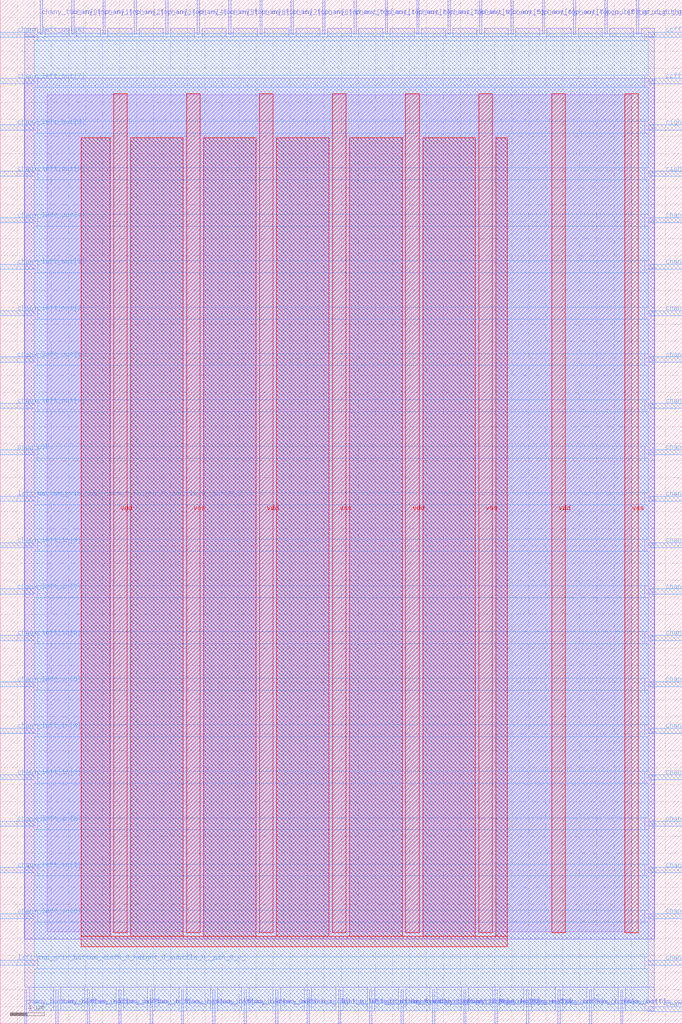
<source format=lef>
VERSION 5.7 ;
  NOWIREEXTENSIONATPIN ON ;
  DIVIDERCHAR "/" ;
  BUSBITCHARS "[]" ;
MACRO sb_1__1_
  CLASS BLOCK ;
  FOREIGN sb_1__1_ ;
  ORIGIN 0.000 0.000 ;
  SIZE 80.000 BY 120.000 ;
  PIN bottom_left_grid_right_width_0_height_0_subtile_0__pin_O_3_
    DIRECTION INPUT ;
    USE SIGNAL ;
    ANTENNAGATEAREA 0.196500 ;
    PORT
      LAYER met2 ;
        RECT 39.650 0.000 39.930 4.000 ;
    END
  END bottom_left_grid_right_width_0_height_0_subtile_0__pin_O_3_
  PIN bottom_right_grid_left_width_0_height_0_subtile_0__pin_O_1_
    DIRECTION INPUT ;
    USE SIGNAL ;
    ANTENNAGATEAREA 0.196500 ;
    PORT
      LAYER met2 ;
        RECT 35.970 0.000 36.250 4.000 ;
    END
  END bottom_right_grid_left_width_0_height_0_subtile_0__pin_O_1_
  PIN ccff_head
    DIRECTION INPUT ;
    USE SIGNAL ;
    ANTENNAGATEAREA 0.196500 ;
    PORT
      LAYER met3 ;
        RECT 76.000 110.200 80.000 110.800 ;
    END
  END ccff_head
  PIN ccff_tail
    DIRECTION OUTPUT TRISTATE ;
    USE SIGNAL ;
    ANTENNADIFFAREA 0.795200 ;
    PORT
      LAYER met3 ;
        RECT 76.000 115.640 80.000 116.240 ;
    END
  END ccff_tail
  PIN chanx_left_in[0]
    DIRECTION INPUT ;
    USE SIGNAL ;
    ANTENNAGATEAREA 0.126000 ;
    PORT
      LAYER met3 ;
        RECT 0.000 12.280 4.000 12.880 ;
    END
  END chanx_left_in[0]
  PIN chanx_left_in[1]
    DIRECTION INPUT ;
    USE SIGNAL ;
    ANTENNAGATEAREA 0.126000 ;
    PORT
      LAYER met3 ;
        RECT 0.000 17.720 4.000 18.320 ;
    END
  END chanx_left_in[1]
  PIN chanx_left_in[2]
    DIRECTION INPUT ;
    USE SIGNAL ;
    ANTENNAGATEAREA 0.126000 ;
    PORT
      LAYER met3 ;
        RECT 0.000 23.160 4.000 23.760 ;
    END
  END chanx_left_in[2]
  PIN chanx_left_in[3]
    DIRECTION INPUT ;
    USE SIGNAL ;
    ANTENNAGATEAREA 0.196500 ;
    PORT
      LAYER met3 ;
        RECT 0.000 28.600 4.000 29.200 ;
    END
  END chanx_left_in[3]
  PIN chanx_left_in[4]
    DIRECTION INPUT ;
    USE SIGNAL ;
    ANTENNAGATEAREA 0.126000 ;
    PORT
      LAYER met3 ;
        RECT 0.000 34.040 4.000 34.640 ;
    END
  END chanx_left_in[4]
  PIN chanx_left_in[5]
    DIRECTION INPUT ;
    USE SIGNAL ;
    ANTENNAGATEAREA 0.126000 ;
    PORT
      LAYER met3 ;
        RECT 0.000 39.480 4.000 40.080 ;
    END
  END chanx_left_in[5]
  PIN chanx_left_in[6]
    DIRECTION INPUT ;
    USE SIGNAL ;
    ANTENNAGATEAREA 0.126000 ;
    PORT
      LAYER met3 ;
        RECT 0.000 44.920 4.000 45.520 ;
    END
  END chanx_left_in[6]
  PIN chanx_left_in[7]
    DIRECTION INPUT ;
    USE SIGNAL ;
    ANTENNAGATEAREA 0.196500 ;
    PORT
      LAYER met3 ;
        RECT 0.000 50.360 4.000 50.960 ;
    END
  END chanx_left_in[7]
  PIN chanx_left_in[8]
    DIRECTION INPUT ;
    USE SIGNAL ;
    ANTENNAGATEAREA 0.196500 ;
    PORT
      LAYER met3 ;
        RECT 0.000 55.800 4.000 56.400 ;
    END
  END chanx_left_in[8]
  PIN chanx_left_out[0]
    DIRECTION OUTPUT TRISTATE ;
    USE SIGNAL ;
    ANTENNADIFFAREA 0.795200 ;
    PORT
      LAYER met3 ;
        RECT 0.000 72.120 4.000 72.720 ;
    END
  END chanx_left_out[0]
  PIN chanx_left_out[1]
    DIRECTION OUTPUT TRISTATE ;
    USE SIGNAL ;
    ANTENNADIFFAREA 0.795200 ;
    PORT
      LAYER met3 ;
        RECT 0.000 77.560 4.000 78.160 ;
    END
  END chanx_left_out[1]
  PIN chanx_left_out[2]
    DIRECTION OUTPUT TRISTATE ;
    USE SIGNAL ;
    ANTENNADIFFAREA 0.795200 ;
    PORT
      LAYER met3 ;
        RECT 0.000 83.000 4.000 83.600 ;
    END
  END chanx_left_out[2]
  PIN chanx_left_out[3]
    DIRECTION OUTPUT TRISTATE ;
    USE SIGNAL ;
    ANTENNADIFFAREA 0.795200 ;
    PORT
      LAYER met3 ;
        RECT 0.000 88.440 4.000 89.040 ;
    END
  END chanx_left_out[3]
  PIN chanx_left_out[4]
    DIRECTION OUTPUT TRISTATE ;
    USE SIGNAL ;
    ANTENNADIFFAREA 0.795200 ;
    PORT
      LAYER met3 ;
        RECT 0.000 93.880 4.000 94.480 ;
    END
  END chanx_left_out[4]
  PIN chanx_left_out[5]
    DIRECTION OUTPUT TRISTATE ;
    USE SIGNAL ;
    ANTENNADIFFAREA 0.795200 ;
    PORT
      LAYER met3 ;
        RECT 0.000 99.320 4.000 99.920 ;
    END
  END chanx_left_out[5]
  PIN chanx_left_out[6]
    DIRECTION OUTPUT TRISTATE ;
    USE SIGNAL ;
    ANTENNADIFFAREA 0.795200 ;
    PORT
      LAYER met3 ;
        RECT 0.000 104.760 4.000 105.360 ;
    END
  END chanx_left_out[6]
  PIN chanx_left_out[7]
    DIRECTION OUTPUT TRISTATE ;
    USE SIGNAL ;
    ANTENNADIFFAREA 0.795200 ;
    PORT
      LAYER met3 ;
        RECT 0.000 110.200 4.000 110.800 ;
    END
  END chanx_left_out[7]
  PIN chanx_left_out[8]
    DIRECTION OUTPUT TRISTATE ;
    USE SIGNAL ;
    ANTENNADIFFAREA 0.795200 ;
    PORT
      LAYER met3 ;
        RECT 0.000 115.640 4.000 116.240 ;
    END
  END chanx_left_out[8]
  PIN chanx_right_in[0]
    DIRECTION INPUT ;
    USE SIGNAL ;
    ANTENNAGATEAREA 0.196500 ;
    PORT
      LAYER met3 ;
        RECT 76.000 1.400 80.000 2.000 ;
    END
  END chanx_right_in[0]
  PIN chanx_right_in[1]
    DIRECTION INPUT ;
    USE SIGNAL ;
    ANTENNAGATEAREA 0.196500 ;
    PORT
      LAYER met3 ;
        RECT 76.000 6.840 80.000 7.440 ;
    END
  END chanx_right_in[1]
  PIN chanx_right_in[2]
    DIRECTION INPUT ;
    USE SIGNAL ;
    ANTENNAGATEAREA 0.196500 ;
    PORT
      LAYER met3 ;
        RECT 76.000 12.280 80.000 12.880 ;
    END
  END chanx_right_in[2]
  PIN chanx_right_in[3]
    DIRECTION INPUT ;
    USE SIGNAL ;
    ANTENNAGATEAREA 0.196500 ;
    PORT
      LAYER met3 ;
        RECT 76.000 17.720 80.000 18.320 ;
    END
  END chanx_right_in[3]
  PIN chanx_right_in[4]
    DIRECTION INPUT ;
    USE SIGNAL ;
    ANTENNAGATEAREA 0.213000 ;
    PORT
      LAYER met3 ;
        RECT 76.000 23.160 80.000 23.760 ;
    END
  END chanx_right_in[4]
  PIN chanx_right_in[5]
    DIRECTION INPUT ;
    USE SIGNAL ;
    ANTENNAGATEAREA 0.126000 ;
    PORT
      LAYER met3 ;
        RECT 76.000 28.600 80.000 29.200 ;
    END
  END chanx_right_in[5]
  PIN chanx_right_in[6]
    DIRECTION INPUT ;
    USE SIGNAL ;
    ANTENNAGATEAREA 0.196500 ;
    PORT
      LAYER met3 ;
        RECT 76.000 34.040 80.000 34.640 ;
    END
  END chanx_right_in[6]
  PIN chanx_right_in[7]
    DIRECTION INPUT ;
    USE SIGNAL ;
    ANTENNAGATEAREA 0.196500 ;
    PORT
      LAYER met3 ;
        RECT 76.000 39.480 80.000 40.080 ;
    END
  END chanx_right_in[7]
  PIN chanx_right_in[8]
    DIRECTION INPUT ;
    USE SIGNAL ;
    ANTENNAGATEAREA 0.196500 ;
    PORT
      LAYER met3 ;
        RECT 76.000 44.920 80.000 45.520 ;
    END
  END chanx_right_in[8]
  PIN chanx_right_out[0]
    DIRECTION OUTPUT TRISTATE ;
    USE SIGNAL ;
    ANTENNADIFFAREA 0.445500 ;
    PORT
      LAYER met3 ;
        RECT 76.000 50.360 80.000 50.960 ;
    END
  END chanx_right_out[0]
  PIN chanx_right_out[1]
    DIRECTION OUTPUT TRISTATE ;
    USE SIGNAL ;
    ANTENNADIFFAREA 0.445500 ;
    PORT
      LAYER met3 ;
        RECT 76.000 55.800 80.000 56.400 ;
    END
  END chanx_right_out[1]
  PIN chanx_right_out[2]
    DIRECTION OUTPUT TRISTATE ;
    USE SIGNAL ;
    ANTENNADIFFAREA 0.795200 ;
    PORT
      LAYER met3 ;
        RECT 76.000 61.240 80.000 61.840 ;
    END
  END chanx_right_out[2]
  PIN chanx_right_out[3]
    DIRECTION OUTPUT TRISTATE ;
    USE SIGNAL ;
    ANTENNADIFFAREA 0.795200 ;
    PORT
      LAYER met3 ;
        RECT 76.000 66.680 80.000 67.280 ;
    END
  END chanx_right_out[3]
  PIN chanx_right_out[4]
    DIRECTION OUTPUT TRISTATE ;
    USE SIGNAL ;
    ANTENNADIFFAREA 0.445500 ;
    PORT
      LAYER met3 ;
        RECT 76.000 72.120 80.000 72.720 ;
    END
  END chanx_right_out[4]
  PIN chanx_right_out[5]
    DIRECTION OUTPUT TRISTATE ;
    USE SIGNAL ;
    ANTENNADIFFAREA 0.445500 ;
    PORT
      LAYER met3 ;
        RECT 76.000 77.560 80.000 78.160 ;
    END
  END chanx_right_out[5]
  PIN chanx_right_out[6]
    DIRECTION OUTPUT TRISTATE ;
    USE SIGNAL ;
    ANTENNADIFFAREA 0.445500 ;
    PORT
      LAYER met3 ;
        RECT 76.000 83.000 80.000 83.600 ;
    END
  END chanx_right_out[6]
  PIN chanx_right_out[7]
    DIRECTION OUTPUT TRISTATE ;
    USE SIGNAL ;
    ANTENNADIFFAREA 0.795200 ;
    PORT
      LAYER met3 ;
        RECT 76.000 88.440 80.000 89.040 ;
    END
  END chanx_right_out[7]
  PIN chanx_right_out[8]
    DIRECTION OUTPUT TRISTATE ;
    USE SIGNAL ;
    ANTENNADIFFAREA 0.795200 ;
    PORT
      LAYER met3 ;
        RECT 76.000 93.880 80.000 94.480 ;
    END
  END chanx_right_out[8]
  PIN chany_bottom_in[0]
    DIRECTION INPUT ;
    USE SIGNAL ;
    ANTENNAGATEAREA 0.213000 ;
    PORT
      LAYER met2 ;
        RECT 2.850 0.000 3.130 4.000 ;
    END
  END chany_bottom_in[0]
  PIN chany_bottom_in[1]
    DIRECTION INPUT ;
    USE SIGNAL ;
    ANTENNAGATEAREA 0.213000 ;
    PORT
      LAYER met2 ;
        RECT 6.530 0.000 6.810 4.000 ;
    END
  END chany_bottom_in[1]
  PIN chany_bottom_in[2]
    DIRECTION INPUT ;
    USE SIGNAL ;
    ANTENNAGATEAREA 0.213000 ;
    PORT
      LAYER met2 ;
        RECT 10.210 0.000 10.490 4.000 ;
    END
  END chany_bottom_in[2]
  PIN chany_bottom_in[3]
    DIRECTION INPUT ;
    USE SIGNAL ;
    ANTENNAGATEAREA 0.196500 ;
    PORT
      LAYER met2 ;
        RECT 13.890 0.000 14.170 4.000 ;
    END
  END chany_bottom_in[3]
  PIN chany_bottom_in[4]
    DIRECTION INPUT ;
    USE SIGNAL ;
    ANTENNAGATEAREA 0.196500 ;
    PORT
      LAYER met2 ;
        RECT 17.570 0.000 17.850 4.000 ;
    END
  END chany_bottom_in[4]
  PIN chany_bottom_in[5]
    DIRECTION INPUT ;
    USE SIGNAL ;
    ANTENNAGATEAREA 0.213000 ;
    PORT
      LAYER met2 ;
        RECT 21.250 0.000 21.530 4.000 ;
    END
  END chany_bottom_in[5]
  PIN chany_bottom_in[6]
    DIRECTION INPUT ;
    USE SIGNAL ;
    ANTENNAGATEAREA 0.126000 ;
    PORT
      LAYER met2 ;
        RECT 24.930 0.000 25.210 4.000 ;
    END
  END chany_bottom_in[6]
  PIN chany_bottom_in[7]
    DIRECTION INPUT ;
    USE SIGNAL ;
    ANTENNAGATEAREA 0.196500 ;
    PORT
      LAYER met2 ;
        RECT 28.610 0.000 28.890 4.000 ;
    END
  END chany_bottom_in[7]
  PIN chany_bottom_in[8]
    DIRECTION INPUT ;
    USE SIGNAL ;
    ANTENNAGATEAREA 0.196500 ;
    PORT
      LAYER met2 ;
        RECT 32.290 0.000 32.570 4.000 ;
    END
  END chany_bottom_in[8]
  PIN chany_bottom_out[0]
    DIRECTION OUTPUT TRISTATE ;
    USE SIGNAL ;
    ANTENNADIFFAREA 0.795200 ;
    PORT
      LAYER met2 ;
        RECT 43.330 0.000 43.610 4.000 ;
    END
  END chany_bottom_out[0]
  PIN chany_bottom_out[1]
    DIRECTION OUTPUT TRISTATE ;
    USE SIGNAL ;
    ANTENNADIFFAREA 0.795200 ;
    PORT
      LAYER met2 ;
        RECT 47.010 0.000 47.290 4.000 ;
    END
  END chany_bottom_out[1]
  PIN chany_bottom_out[2]
    DIRECTION OUTPUT TRISTATE ;
    USE SIGNAL ;
    ANTENNADIFFAREA 0.795200 ;
    PORT
      LAYER met2 ;
        RECT 50.690 0.000 50.970 4.000 ;
    END
  END chany_bottom_out[2]
  PIN chany_bottom_out[3]
    DIRECTION OUTPUT TRISTATE ;
    USE SIGNAL ;
    ANTENNADIFFAREA 0.795200 ;
    PORT
      LAYER met2 ;
        RECT 54.370 0.000 54.650 4.000 ;
    END
  END chany_bottom_out[3]
  PIN chany_bottom_out[4]
    DIRECTION OUTPUT TRISTATE ;
    USE SIGNAL ;
    ANTENNADIFFAREA 0.795200 ;
    PORT
      LAYER met2 ;
        RECT 58.050 0.000 58.330 4.000 ;
    END
  END chany_bottom_out[4]
  PIN chany_bottom_out[5]
    DIRECTION OUTPUT TRISTATE ;
    USE SIGNAL ;
    ANTENNADIFFAREA 0.795200 ;
    PORT
      LAYER met2 ;
        RECT 61.730 0.000 62.010 4.000 ;
    END
  END chany_bottom_out[5]
  PIN chany_bottom_out[6]
    DIRECTION OUTPUT TRISTATE ;
    USE SIGNAL ;
    ANTENNADIFFAREA 0.795200 ;
    PORT
      LAYER met2 ;
        RECT 65.410 0.000 65.690 4.000 ;
    END
  END chany_bottom_out[6]
  PIN chany_bottom_out[7]
    DIRECTION OUTPUT TRISTATE ;
    USE SIGNAL ;
    ANTENNADIFFAREA 0.795200 ;
    PORT
      LAYER met2 ;
        RECT 69.090 0.000 69.370 4.000 ;
    END
  END chany_bottom_out[7]
  PIN chany_bottom_out[8]
    DIRECTION OUTPUT TRISTATE ;
    USE SIGNAL ;
    ANTENNADIFFAREA 0.795200 ;
    PORT
      LAYER met2 ;
        RECT 72.770 0.000 73.050 4.000 ;
    END
  END chany_bottom_out[8]
  PIN chany_top_in[0]
    DIRECTION INPUT ;
    USE SIGNAL ;
    ANTENNAGATEAREA 0.196500 ;
    PORT
      LAYER met2 ;
        RECT 4.690 116.000 4.970 120.000 ;
    END
  END chany_top_in[0]
  PIN chany_top_in[1]
    DIRECTION INPUT ;
    USE SIGNAL ;
    ANTENNAGATEAREA 0.196500 ;
    PORT
      LAYER met2 ;
        RECT 8.370 116.000 8.650 120.000 ;
    END
  END chany_top_in[1]
  PIN chany_top_in[2]
    DIRECTION INPUT ;
    USE SIGNAL ;
    ANTENNAGATEAREA 0.196500 ;
    PORT
      LAYER met2 ;
        RECT 12.050 116.000 12.330 120.000 ;
    END
  END chany_top_in[2]
  PIN chany_top_in[3]
    DIRECTION INPUT ;
    USE SIGNAL ;
    ANTENNAGATEAREA 0.196500 ;
    PORT
      LAYER met2 ;
        RECT 15.730 116.000 16.010 120.000 ;
    END
  END chany_top_in[3]
  PIN chany_top_in[4]
    DIRECTION INPUT ;
    USE SIGNAL ;
    ANTENNAGATEAREA 0.196500 ;
    PORT
      LAYER met2 ;
        RECT 19.410 116.000 19.690 120.000 ;
    END
  END chany_top_in[4]
  PIN chany_top_in[5]
    DIRECTION INPUT ;
    USE SIGNAL ;
    ANTENNAGATEAREA 0.196500 ;
    PORT
      LAYER met2 ;
        RECT 23.090 116.000 23.370 120.000 ;
    END
  END chany_top_in[5]
  PIN chany_top_in[6]
    DIRECTION INPUT ;
    USE SIGNAL ;
    ANTENNAGATEAREA 0.196500 ;
    PORT
      LAYER met2 ;
        RECT 26.770 116.000 27.050 120.000 ;
    END
  END chany_top_in[6]
  PIN chany_top_in[7]
    DIRECTION INPUT ;
    USE SIGNAL ;
    ANTENNAGATEAREA 0.196500 ;
    PORT
      LAYER met2 ;
        RECT 30.450 116.000 30.730 120.000 ;
    END
  END chany_top_in[7]
  PIN chany_top_in[8]
    DIRECTION INPUT ;
    USE SIGNAL ;
    ANTENNAGATEAREA 0.196500 ;
    PORT
      LAYER met2 ;
        RECT 34.130 116.000 34.410 120.000 ;
    END
  END chany_top_in[8]
  PIN chany_top_out[0]
    DIRECTION OUTPUT TRISTATE ;
    USE SIGNAL ;
    ANTENNADIFFAREA 0.795200 ;
    PORT
      LAYER met2 ;
        RECT 37.810 116.000 38.090 120.000 ;
    END
  END chany_top_out[0]
  PIN chany_top_out[1]
    DIRECTION OUTPUT TRISTATE ;
    USE SIGNAL ;
    ANTENNADIFFAREA 0.795200 ;
    PORT
      LAYER met2 ;
        RECT 41.490 116.000 41.770 120.000 ;
    END
  END chany_top_out[1]
  PIN chany_top_out[2]
    DIRECTION OUTPUT TRISTATE ;
    USE SIGNAL ;
    ANTENNADIFFAREA 0.795200 ;
    PORT
      LAYER met2 ;
        RECT 45.170 116.000 45.450 120.000 ;
    END
  END chany_top_out[2]
  PIN chany_top_out[3]
    DIRECTION OUTPUT TRISTATE ;
    USE SIGNAL ;
    ANTENNADIFFAREA 0.795200 ;
    PORT
      LAYER met2 ;
        RECT 48.850 116.000 49.130 120.000 ;
    END
  END chany_top_out[3]
  PIN chany_top_out[4]
    DIRECTION OUTPUT TRISTATE ;
    USE SIGNAL ;
    ANTENNADIFFAREA 0.795200 ;
    PORT
      LAYER met2 ;
        RECT 52.530 116.000 52.810 120.000 ;
    END
  END chany_top_out[4]
  PIN chany_top_out[5]
    DIRECTION OUTPUT TRISTATE ;
    USE SIGNAL ;
    ANTENNADIFFAREA 0.795200 ;
    PORT
      LAYER met2 ;
        RECT 56.210 116.000 56.490 120.000 ;
    END
  END chany_top_out[5]
  PIN chany_top_out[6]
    DIRECTION OUTPUT TRISTATE ;
    USE SIGNAL ;
    ANTENNADIFFAREA 0.795200 ;
    PORT
      LAYER met2 ;
        RECT 59.890 116.000 60.170 120.000 ;
    END
  END chany_top_out[6]
  PIN chany_top_out[7]
    DIRECTION OUTPUT TRISTATE ;
    USE SIGNAL ;
    ANTENNADIFFAREA 0.795200 ;
    PORT
      LAYER met2 ;
        RECT 63.570 116.000 63.850 120.000 ;
    END
  END chany_top_out[7]
  PIN chany_top_out[8]
    DIRECTION OUTPUT TRISTATE ;
    USE SIGNAL ;
    ANTENNADIFFAREA 0.795200 ;
    PORT
      LAYER met2 ;
        RECT 67.250 116.000 67.530 120.000 ;
    END
  END chany_top_out[8]
  PIN left_bottom_grid_top_width_0_height_0_subtile_0__pin_O_2_
    DIRECTION INPUT ;
    USE SIGNAL ;
    ANTENNAGATEAREA 0.196500 ;
    PORT
      LAYER met3 ;
        RECT 0.000 61.240 4.000 61.840 ;
    END
  END left_bottom_grid_top_width_0_height_0_subtile_0__pin_O_2_
  PIN left_top_grid_bottom_width_0_height_0_subtile_0__pin_O_0_
    DIRECTION INPUT ;
    USE SIGNAL ;
    ANTENNAGATEAREA 0.196500 ;
    PORT
      LAYER met3 ;
        RECT 0.000 6.840 4.000 7.440 ;
    END
  END left_top_grid_bottom_width_0_height_0_subtile_0__pin_O_0_
  PIN prog_clk
    DIRECTION INPUT ;
    USE SIGNAL ;
    ANTENNAGATEAREA 0.852000 ;
    PORT
      LAYER met3 ;
        RECT 0.000 66.680 4.000 67.280 ;
    END
  END prog_clk
  PIN right_bottom_grid_top_width_0_height_0_subtile_0__pin_O_2_
    DIRECTION INPUT ;
    USE SIGNAL ;
    ANTENNAGATEAREA 0.196500 ;
    PORT
      LAYER met3 ;
        RECT 76.000 99.320 80.000 99.920 ;
    END
  END right_bottom_grid_top_width_0_height_0_subtile_0__pin_O_2_
  PIN right_top_grid_bottom_width_0_height_0_subtile_0__pin_O_0_
    DIRECTION INPUT ;
    USE SIGNAL ;
    ANTENNAGATEAREA 0.196500 ;
    PORT
      LAYER met3 ;
        RECT 76.000 104.760 80.000 105.360 ;
    END
  END right_top_grid_bottom_width_0_height_0_subtile_0__pin_O_0_
  PIN top_left_grid_right_width_0_height_0_subtile_0__pin_O_3_
    DIRECTION INPUT ;
    USE SIGNAL ;
    ANTENNAGATEAREA 0.196500 ;
    PORT
      LAYER met2 ;
        RECT 70.930 116.000 71.210 120.000 ;
    END
  END top_left_grid_right_width_0_height_0_subtile_0__pin_O_3_
  PIN top_right_grid_left_width_0_height_0_subtile_0__pin_O_1_
    DIRECTION INPUT ;
    USE SIGNAL ;
    ANTENNAGATEAREA 0.196500 ;
    PORT
      LAYER met2 ;
        RECT 74.610 116.000 74.890 120.000 ;
    END
  END top_right_grid_left_width_0_height_0_subtile_0__pin_O_1_
  PIN vdd
    DIRECTION INOUT ;
    USE POWER ;
    PORT
      LAYER met4 ;
        RECT 13.285 10.640 14.885 109.040 ;
    END
    PORT
      LAYER met4 ;
        RECT 30.420 10.640 32.020 109.040 ;
    END
    PORT
      LAYER met4 ;
        RECT 47.555 10.640 49.155 109.040 ;
    END
    PORT
      LAYER met4 ;
        RECT 64.690 10.640 66.290 109.040 ;
    END
  END vdd
  PIN vss
    DIRECTION INOUT ;
    USE GROUND ;
    PORT
      LAYER met4 ;
        RECT 21.850 10.640 23.450 109.040 ;
    END
    PORT
      LAYER met4 ;
        RECT 38.985 10.640 40.585 109.040 ;
    END
    PORT
      LAYER met4 ;
        RECT 56.120 10.640 57.720 109.040 ;
    END
    PORT
      LAYER met4 ;
        RECT 73.255 10.640 74.855 109.040 ;
    END
  END vss
  OBS
      LAYER li1 ;
        RECT 5.520 10.795 74.060 108.885 ;
      LAYER met1 ;
        RECT 2.830 9.900 76.750 110.800 ;
      LAYER met2 ;
        RECT 2.860 115.720 4.410 116.690 ;
        RECT 5.250 115.720 8.090 116.690 ;
        RECT 8.930 115.720 11.770 116.690 ;
        RECT 12.610 115.720 15.450 116.690 ;
        RECT 16.290 115.720 19.130 116.690 ;
        RECT 19.970 115.720 22.810 116.690 ;
        RECT 23.650 115.720 26.490 116.690 ;
        RECT 27.330 115.720 30.170 116.690 ;
        RECT 31.010 115.720 33.850 116.690 ;
        RECT 34.690 115.720 37.530 116.690 ;
        RECT 38.370 115.720 41.210 116.690 ;
        RECT 42.050 115.720 44.890 116.690 ;
        RECT 45.730 115.720 48.570 116.690 ;
        RECT 49.410 115.720 52.250 116.690 ;
        RECT 53.090 115.720 55.930 116.690 ;
        RECT 56.770 115.720 59.610 116.690 ;
        RECT 60.450 115.720 63.290 116.690 ;
        RECT 64.130 115.720 66.970 116.690 ;
        RECT 67.810 115.720 70.650 116.690 ;
        RECT 71.490 115.720 74.330 116.690 ;
        RECT 75.170 115.720 76.720 116.690 ;
        RECT 2.860 4.280 76.720 115.720 ;
        RECT 3.410 1.515 6.250 4.280 ;
        RECT 7.090 1.515 9.930 4.280 ;
        RECT 10.770 1.515 13.610 4.280 ;
        RECT 14.450 1.515 17.290 4.280 ;
        RECT 18.130 1.515 20.970 4.280 ;
        RECT 21.810 1.515 24.650 4.280 ;
        RECT 25.490 1.515 28.330 4.280 ;
        RECT 29.170 1.515 32.010 4.280 ;
        RECT 32.850 1.515 35.690 4.280 ;
        RECT 36.530 1.515 39.370 4.280 ;
        RECT 40.210 1.515 43.050 4.280 ;
        RECT 43.890 1.515 46.730 4.280 ;
        RECT 47.570 1.515 50.410 4.280 ;
        RECT 51.250 1.515 54.090 4.280 ;
        RECT 54.930 1.515 57.770 4.280 ;
        RECT 58.610 1.515 61.450 4.280 ;
        RECT 62.290 1.515 65.130 4.280 ;
        RECT 65.970 1.515 68.810 4.280 ;
        RECT 69.650 1.515 72.490 4.280 ;
        RECT 73.330 1.515 76.720 4.280 ;
      LAYER met3 ;
        RECT 4.400 115.240 75.600 116.105 ;
        RECT 3.990 111.200 76.000 115.240 ;
        RECT 4.400 109.800 75.600 111.200 ;
        RECT 3.990 105.760 76.000 109.800 ;
        RECT 4.400 104.360 75.600 105.760 ;
        RECT 3.990 100.320 76.000 104.360 ;
        RECT 4.400 98.920 75.600 100.320 ;
        RECT 3.990 94.880 76.000 98.920 ;
        RECT 4.400 93.480 75.600 94.880 ;
        RECT 3.990 89.440 76.000 93.480 ;
        RECT 4.400 88.040 75.600 89.440 ;
        RECT 3.990 84.000 76.000 88.040 ;
        RECT 4.400 82.600 75.600 84.000 ;
        RECT 3.990 78.560 76.000 82.600 ;
        RECT 4.400 77.160 75.600 78.560 ;
        RECT 3.990 73.120 76.000 77.160 ;
        RECT 4.400 71.720 75.600 73.120 ;
        RECT 3.990 67.680 76.000 71.720 ;
        RECT 4.400 66.280 75.600 67.680 ;
        RECT 3.990 62.240 76.000 66.280 ;
        RECT 4.400 60.840 75.600 62.240 ;
        RECT 3.990 56.800 76.000 60.840 ;
        RECT 4.400 55.400 75.600 56.800 ;
        RECT 3.990 51.360 76.000 55.400 ;
        RECT 4.400 49.960 75.600 51.360 ;
        RECT 3.990 45.920 76.000 49.960 ;
        RECT 4.400 44.520 75.600 45.920 ;
        RECT 3.990 40.480 76.000 44.520 ;
        RECT 4.400 39.080 75.600 40.480 ;
        RECT 3.990 35.040 76.000 39.080 ;
        RECT 4.400 33.640 75.600 35.040 ;
        RECT 3.990 29.600 76.000 33.640 ;
        RECT 4.400 28.200 75.600 29.600 ;
        RECT 3.990 24.160 76.000 28.200 ;
        RECT 4.400 22.760 75.600 24.160 ;
        RECT 3.990 18.720 76.000 22.760 ;
        RECT 4.400 17.320 75.600 18.720 ;
        RECT 3.990 13.280 76.000 17.320 ;
        RECT 4.400 11.880 75.600 13.280 ;
        RECT 3.990 7.840 76.000 11.880 ;
        RECT 4.400 6.440 75.600 7.840 ;
        RECT 3.990 2.400 76.000 6.440 ;
        RECT 3.990 1.535 75.600 2.400 ;
      LAYER met4 ;
        RECT 9.495 10.240 12.885 103.865 ;
        RECT 15.285 10.240 21.450 103.865 ;
        RECT 23.850 10.240 30.020 103.865 ;
        RECT 32.420 10.240 38.585 103.865 ;
        RECT 40.985 10.240 47.155 103.865 ;
        RECT 49.555 10.240 55.720 103.865 ;
        RECT 58.120 10.240 59.505 103.865 ;
        RECT 9.495 9.015 59.505 10.240 ;
  END
END sb_1__1_
END LIBRARY


</source>
